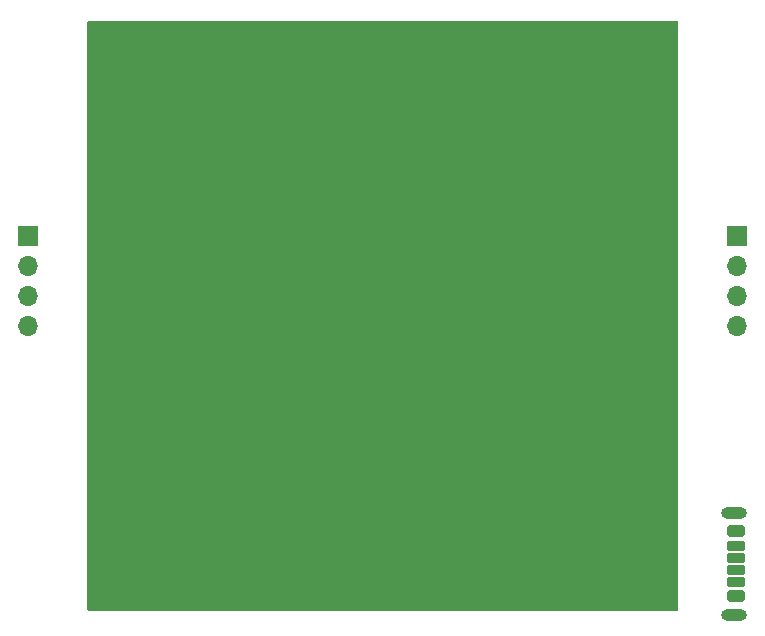
<source format=gts>
G04 #@! TF.GenerationSoftware,KiCad,Pcbnew,(7.0.0)*
G04 #@! TF.CreationDate,2023-11-19T14:20:01+01:00*
G04 #@! TF.ProjectId,Middle,4d696464-6c65-42e6-9b69-6361645f7063,rev?*
G04 #@! TF.SameCoordinates,Original*
G04 #@! TF.FileFunction,Soldermask,Top*
G04 #@! TF.FilePolarity,Negative*
%FSLAX46Y46*%
G04 Gerber Fmt 4.6, Leading zero omitted, Abs format (unit mm)*
G04 Created by KiCad (PCBNEW (7.0.0)) date 2023-11-19 14:20:01*
%MOMM*%
%LPD*%
G01*
G04 APERTURE LIST*
G04 Aperture macros list*
%AMRoundRect*
0 Rectangle with rounded corners*
0 $1 Rounding radius*
0 $2 $3 $4 $5 $6 $7 $8 $9 X,Y pos of 4 corners*
0 Add a 4 corners polygon primitive as box body*
4,1,4,$2,$3,$4,$5,$6,$7,$8,$9,$2,$3,0*
0 Add four circle primitives for the rounded corners*
1,1,$1+$1,$2,$3*
1,1,$1+$1,$4,$5*
1,1,$1+$1,$6,$7*
1,1,$1+$1,$8,$9*
0 Add four rect primitives between the rounded corners*
20,1,$1+$1,$2,$3,$4,$5,0*
20,1,$1+$1,$4,$5,$6,$7,0*
20,1,$1+$1,$6,$7,$8,$9,0*
20,1,$1+$1,$8,$9,$2,$3,0*%
G04 Aperture macros list end*
%ADD10R,1.700000X1.700000*%
%ADD11O,1.700000X1.700000*%
%ADD12RoundRect,0.205000X0.557000X-0.205000X0.557000X0.205000X-0.557000X0.205000X-0.557000X-0.205000X0*%
%ADD13RoundRect,0.215500X0.546500X-0.215500X0.546500X0.215500X-0.546500X0.215500X-0.546500X-0.215500X0*%
%ADD14RoundRect,0.250000X0.512000X-0.250000X0.512000X0.250000X-0.512000X0.250000X-0.512000X-0.250000X0*%
%ADD15O,2.200000X1.000000*%
G04 APERTURE END LIST*
D10*
X159999999Y-106199999D03*
D11*
X159999999Y-108739999D03*
X159999999Y-111279999D03*
X159999999Y-113819999D03*
D10*
X99999999Y-106199999D03*
D11*
X99999999Y-108739999D03*
X99999999Y-111279999D03*
X99999999Y-113819999D03*
D12*
X159900000Y-134500000D03*
D13*
X159900000Y-132480000D03*
D14*
X159900000Y-131250000D03*
D12*
X159900000Y-133500000D03*
D13*
X159900000Y-135520000D03*
D14*
X159900000Y-136750000D03*
D15*
X159779999Y-138319999D03*
X159779999Y-129679999D03*
G36*
X154938000Y-88016613D02*
G01*
X154983387Y-88062000D01*
X155000000Y-88124000D01*
X155000000Y-137876000D01*
X154983387Y-137938000D01*
X154938000Y-137983387D01*
X154876000Y-138000000D01*
X105124000Y-138000000D01*
X105062000Y-137983387D01*
X105016613Y-137938000D01*
X105000000Y-137876000D01*
X105000000Y-88124000D01*
X105016613Y-88062000D01*
X105062000Y-88016613D01*
X105124000Y-88000000D01*
X154876000Y-88000000D01*
X154938000Y-88016613D01*
G37*
M02*

</source>
